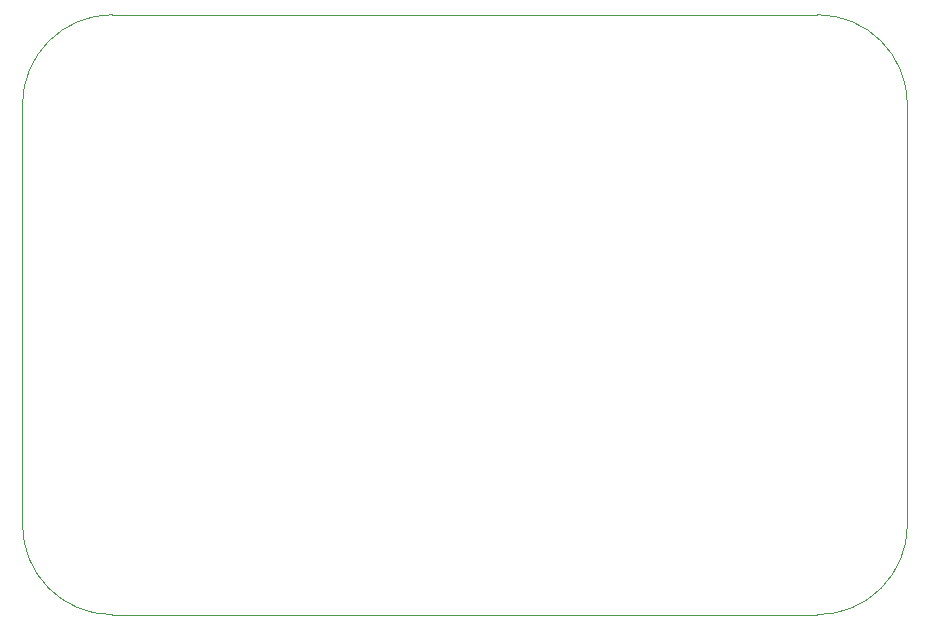
<source format=gbr>
%TF.GenerationSoftware,KiCad,Pcbnew,9.0.6*%
%TF.CreationDate,2026-02-11T14:43:15-08:00*%
%TF.ProjectId,7L_LED_Flasher,374c5f4c-4544-45f4-966c-61736865722e,rev?*%
%TF.SameCoordinates,Original*%
%TF.FileFunction,Profile,NP*%
%FSLAX46Y46*%
G04 Gerber Fmt 4.6, Leading zero omitted, Abs format (unit mm)*
G04 Created by KiCad (PCBNEW 9.0.6) date 2026-02-11 14:43:15*
%MOMM*%
%LPD*%
G01*
G04 APERTURE LIST*
%TA.AperFunction,Profile*%
%ADD10C,0.050000*%
%TD*%
G04 APERTURE END LIST*
D10*
X49530000Y-68580000D02*
X49530000Y-33020000D01*
X57150000Y-76200000D02*
G75*
G02*
X49530000Y-68580000I0J7620000D01*
G01*
X57150000Y-25400000D02*
X116840000Y-25400000D01*
X116840000Y-76200000D02*
X57150000Y-76200000D01*
X124460000Y-68580000D02*
G75*
G02*
X116840000Y-76200000I-7620000J0D01*
G01*
X124460000Y-33020000D02*
X124460000Y-68580000D01*
X116840000Y-25400000D02*
G75*
G02*
X124460000Y-33020000I0J-7620000D01*
G01*
X49530000Y-33020000D02*
G75*
G02*
X57150000Y-25400000I7620000J0D01*
G01*
M02*

</source>
